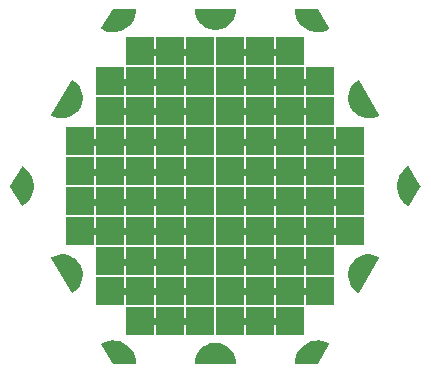
<source format=gbr>
G04 EAGLE Gerber RS-274X export*
G75*
%MOMM*%
%FSLAX34Y34*%
%LPD*%
%INBottom Copper*%
%IPPOS*%
%AMOC8*
5,1,8,0,0,1.08239X$1,22.5*%
G01*
%ADD10R,2.336800X2.336800*%
%ADD11C,1.000000*%
%ADD12C,0.609600*%

G36*
X363231Y195709D02*
X363231Y195709D01*
X363260Y195706D01*
X363327Y195728D01*
X363397Y195742D01*
X363421Y195759D01*
X363449Y195768D01*
X363502Y195815D01*
X363561Y195855D01*
X363577Y195879D01*
X363599Y195899D01*
X363630Y195963D01*
X363668Y196022D01*
X363673Y196051D01*
X363685Y196077D01*
X363694Y196177D01*
X363701Y196219D01*
X363698Y196229D01*
X363700Y196243D01*
X363468Y199041D01*
X363458Y199075D01*
X363454Y199123D01*
X362765Y201844D01*
X362750Y201876D01*
X362738Y201922D01*
X361610Y204494D01*
X361590Y204522D01*
X361571Y204566D01*
X360035Y206917D01*
X360011Y206941D01*
X359985Y206982D01*
X358083Y209047D01*
X358055Y209068D01*
X358022Y209103D01*
X355807Y210828D01*
X355776Y210843D01*
X355738Y210873D01*
X353268Y212209D01*
X353235Y212219D01*
X353193Y212242D01*
X352007Y212650D01*
X350553Y213149D01*
X350537Y213154D01*
X350503Y213159D01*
X350457Y213174D01*
X347688Y213636D01*
X347653Y213635D01*
X347606Y213643D01*
X344798Y213643D01*
X344764Y213636D01*
X344716Y213636D01*
X341947Y213174D01*
X341914Y213162D01*
X341867Y213154D01*
X339211Y212242D01*
X339181Y212225D01*
X339136Y212209D01*
X336666Y210873D01*
X336640Y210851D01*
X336597Y210828D01*
X334382Y209103D01*
X334359Y209077D01*
X334321Y209047D01*
X332419Y206982D01*
X332401Y206952D01*
X332369Y206917D01*
X330833Y204566D01*
X330820Y204534D01*
X330794Y204494D01*
X329666Y201922D01*
X329659Y201889D01*
X329656Y201882D01*
X329650Y201873D01*
X329649Y201867D01*
X329639Y201844D01*
X328950Y199123D01*
X328948Y199088D01*
X328936Y199041D01*
X328704Y196243D01*
X328708Y196214D01*
X328703Y196185D01*
X328720Y196116D01*
X328728Y196046D01*
X328742Y196020D01*
X328749Y195992D01*
X328791Y195935D01*
X328826Y195873D01*
X328850Y195855D01*
X328867Y195832D01*
X328928Y195796D01*
X328985Y195753D01*
X329013Y195745D01*
X329038Y195730D01*
X329136Y195714D01*
X329177Y195703D01*
X329188Y195705D01*
X329202Y195703D01*
X363202Y195703D01*
X363231Y195709D01*
G37*
G36*
X347640Y478768D02*
X347640Y478768D01*
X347688Y478768D01*
X350457Y479230D01*
X350490Y479242D01*
X350537Y479250D01*
X353193Y480162D01*
X353223Y480179D01*
X353268Y480195D01*
X355738Y481531D01*
X355764Y481553D01*
X355807Y481576D01*
X358022Y483301D01*
X358045Y483327D01*
X358083Y483357D01*
X359985Y485422D01*
X360003Y485452D01*
X360035Y485487D01*
X361571Y487838D01*
X361584Y487870D01*
X361610Y487910D01*
X362738Y490482D01*
X362745Y490515D01*
X362765Y490560D01*
X363454Y493281D01*
X363456Y493316D01*
X363468Y493363D01*
X363700Y496161D01*
X363696Y496190D01*
X363701Y496219D01*
X363685Y496288D01*
X363676Y496358D01*
X363662Y496384D01*
X363655Y496412D01*
X363613Y496469D01*
X363578Y496531D01*
X363554Y496549D01*
X363537Y496572D01*
X363476Y496608D01*
X363419Y496651D01*
X363391Y496659D01*
X363366Y496674D01*
X363268Y496690D01*
X363227Y496701D01*
X363216Y496699D01*
X363202Y496701D01*
X329202Y496701D01*
X329173Y496695D01*
X329144Y496698D01*
X329077Y496676D01*
X329007Y496662D01*
X328983Y496645D01*
X328955Y496636D01*
X328902Y496589D01*
X328843Y496549D01*
X328828Y496525D01*
X328806Y496505D01*
X328774Y496441D01*
X328736Y496382D01*
X328731Y496353D01*
X328719Y496327D01*
X328710Y496227D01*
X328703Y496185D01*
X328706Y496175D01*
X328704Y496161D01*
X328936Y493363D01*
X328946Y493329D01*
X328950Y493281D01*
X329639Y490560D01*
X329654Y490528D01*
X329666Y490482D01*
X330794Y487910D01*
X330814Y487882D01*
X330833Y487838D01*
X332369Y485487D01*
X332393Y485463D01*
X332419Y485422D01*
X334321Y483357D01*
X334349Y483336D01*
X334382Y483301D01*
X336597Y481576D01*
X336628Y481561D01*
X336666Y481531D01*
X339136Y480195D01*
X339169Y480185D01*
X339211Y480162D01*
X341867Y479250D01*
X341901Y479246D01*
X341947Y479230D01*
X344716Y478768D01*
X344751Y478769D01*
X344798Y478761D01*
X347606Y478761D01*
X347640Y478768D01*
G37*
G36*
X224809Y256012D02*
X224809Y256012D01*
X224880Y256009D01*
X224907Y256019D01*
X224936Y256021D01*
X225026Y256063D01*
X225066Y256078D01*
X225074Y256086D01*
X225087Y256092D01*
X227390Y257691D01*
X227414Y257717D01*
X227454Y257744D01*
X229463Y259701D01*
X229482Y259730D01*
X229517Y259763D01*
X231176Y262024D01*
X231191Y262055D01*
X231220Y262094D01*
X232484Y264597D01*
X232493Y264631D01*
X232515Y264674D01*
X233351Y267351D01*
X233354Y267385D01*
X233369Y267431D01*
X233752Y270210D01*
X233750Y270244D01*
X233756Y270292D01*
X233677Y273095D01*
X233669Y273129D01*
X233668Y273177D01*
X233129Y275929D01*
X233115Y275961D01*
X233106Y276009D01*
X232121Y278634D01*
X232106Y278659D01*
X232101Y278679D01*
X232093Y278690D01*
X232086Y278709D01*
X230682Y281137D01*
X230659Y281163D01*
X230635Y281205D01*
X228851Y283368D01*
X228824Y283390D01*
X228793Y283427D01*
X226677Y285268D01*
X226647Y285285D01*
X226611Y285317D01*
X224220Y286784D01*
X224188Y286795D01*
X224147Y286821D01*
X221548Y287874D01*
X221514Y287881D01*
X221469Y287899D01*
X218732Y288510D01*
X218697Y288511D01*
X218650Y288522D01*
X215850Y288674D01*
X215816Y288669D01*
X215768Y288672D01*
X212980Y288362D01*
X212947Y288351D01*
X212899Y288346D01*
X210201Y287581D01*
X210171Y287565D01*
X210124Y287552D01*
X207589Y286353D01*
X207565Y286336D01*
X207538Y286326D01*
X207486Y286277D01*
X207429Y286234D01*
X207415Y286209D01*
X207394Y286189D01*
X207365Y286124D01*
X207329Y286063D01*
X207326Y286034D01*
X207314Y286007D01*
X207313Y285936D01*
X207304Y285865D01*
X207312Y285837D01*
X207312Y285808D01*
X207346Y285715D01*
X207358Y285674D01*
X207365Y285665D01*
X207370Y285652D01*
X224370Y256252D01*
X224389Y256230D01*
X224402Y256204D01*
X224455Y256156D01*
X224502Y256103D01*
X224528Y256091D01*
X224550Y256071D01*
X224617Y256048D01*
X224681Y256018D01*
X224710Y256016D01*
X224738Y256007D01*
X224809Y256012D01*
G37*
G36*
X476588Y403735D02*
X476588Y403735D01*
X476636Y403732D01*
X479424Y404042D01*
X479457Y404053D01*
X479505Y404058D01*
X482203Y404823D01*
X482233Y404839D01*
X482280Y404852D01*
X484815Y406051D01*
X484839Y406068D01*
X484866Y406078D01*
X484918Y406127D01*
X484975Y406170D01*
X484989Y406195D01*
X485011Y406215D01*
X485039Y406280D01*
X485075Y406342D01*
X485078Y406370D01*
X485090Y406397D01*
X485091Y406468D01*
X485100Y406539D01*
X485092Y406567D01*
X485092Y406596D01*
X485058Y406689D01*
X485046Y406730D01*
X485039Y406739D01*
X485034Y406752D01*
X468034Y436152D01*
X468015Y436174D01*
X468002Y436200D01*
X467949Y436248D01*
X467902Y436301D01*
X467876Y436313D01*
X467854Y436333D01*
X467787Y436356D01*
X467723Y436386D01*
X467694Y436388D01*
X467666Y436397D01*
X467595Y436392D01*
X467524Y436395D01*
X467497Y436385D01*
X467468Y436383D01*
X467378Y436341D01*
X467338Y436326D01*
X467330Y436318D01*
X467317Y436312D01*
X465014Y434713D01*
X464990Y434688D01*
X464950Y434660D01*
X462941Y432703D01*
X462922Y432674D01*
X462887Y432641D01*
X461228Y430380D01*
X461213Y430349D01*
X461184Y430310D01*
X459920Y427807D01*
X459911Y427773D01*
X459889Y427730D01*
X459053Y425053D01*
X459050Y425019D01*
X459035Y424973D01*
X458652Y422194D01*
X458654Y422160D01*
X458648Y422112D01*
X458727Y419309D01*
X458735Y419275D01*
X458736Y419227D01*
X459275Y416475D01*
X459289Y416443D01*
X459298Y416395D01*
X460283Y413770D01*
X460301Y413740D01*
X460318Y413695D01*
X461722Y411267D01*
X461745Y411241D01*
X461769Y411200D01*
X463553Y409036D01*
X463580Y409014D01*
X463611Y408977D01*
X465727Y407136D01*
X465757Y407119D01*
X465793Y407088D01*
X468184Y405620D01*
X468216Y405609D01*
X468257Y405583D01*
X470856Y404530D01*
X470890Y404523D01*
X470935Y404505D01*
X473672Y403894D01*
X473707Y403893D01*
X473754Y403882D01*
X476554Y403730D01*
X476588Y403735D01*
G37*
G36*
X467628Y256013D02*
X467628Y256013D01*
X467699Y256012D01*
X467726Y256023D01*
X467755Y256027D01*
X467817Y256061D01*
X467882Y256089D01*
X467903Y256110D01*
X467928Y256124D01*
X467991Y256200D01*
X468021Y256231D01*
X468025Y256241D01*
X468034Y256252D01*
X485034Y285652D01*
X485043Y285680D01*
X485060Y285704D01*
X485075Y285773D01*
X485097Y285841D01*
X485095Y285870D01*
X485101Y285898D01*
X485088Y285968D01*
X485082Y286039D01*
X485069Y286065D01*
X485063Y286093D01*
X485023Y286152D01*
X484991Y286215D01*
X484968Y286234D01*
X484952Y286258D01*
X484870Y286315D01*
X484837Y286342D01*
X484827Y286345D01*
X484815Y286353D01*
X482280Y287552D01*
X482246Y287560D01*
X482203Y287581D01*
X479505Y288346D01*
X479470Y288348D01*
X479424Y288362D01*
X476636Y288672D01*
X476602Y288669D01*
X476554Y288674D01*
X473754Y288522D01*
X473720Y288513D01*
X473672Y288510D01*
X470935Y287899D01*
X470903Y287885D01*
X470856Y287874D01*
X468257Y286821D01*
X468228Y286802D01*
X468184Y286784D01*
X465793Y285317D01*
X465768Y285293D01*
X465727Y285268D01*
X463611Y283427D01*
X463590Y283400D01*
X463553Y283368D01*
X461769Y281205D01*
X461753Y281174D01*
X461722Y281137D01*
X460318Y278709D01*
X460307Y278676D01*
X460300Y278663D01*
X460290Y278649D01*
X460290Y278646D01*
X460283Y278634D01*
X459298Y276009D01*
X459292Y275974D01*
X459275Y275929D01*
X458736Y273177D01*
X458736Y273143D01*
X458727Y273095D01*
X458648Y270292D01*
X458654Y270258D01*
X458652Y270210D01*
X459035Y267431D01*
X459047Y267399D01*
X459053Y267351D01*
X459889Y264674D01*
X459906Y264643D01*
X459920Y264597D01*
X461184Y262094D01*
X461206Y262067D01*
X461228Y262024D01*
X462887Y259763D01*
X462913Y259740D01*
X462941Y259701D01*
X464950Y257744D01*
X464979Y257725D01*
X465014Y257691D01*
X467317Y256092D01*
X467344Y256080D01*
X467367Y256062D01*
X467435Y256041D01*
X467500Y256013D01*
X467529Y256013D01*
X467557Y256005D01*
X467628Y256013D01*
G37*
G36*
X218650Y403882D02*
X218650Y403882D01*
X218684Y403891D01*
X218732Y403894D01*
X221469Y404505D01*
X221501Y404519D01*
X221548Y404530D01*
X224147Y405583D01*
X224176Y405602D01*
X224220Y405620D01*
X226611Y407088D01*
X226636Y407111D01*
X226677Y407136D01*
X228793Y408977D01*
X228814Y409004D01*
X228851Y409036D01*
X230635Y411200D01*
X230651Y411230D01*
X230682Y411267D01*
X232086Y413695D01*
X232097Y413728D01*
X232121Y413770D01*
X233106Y416395D01*
X233112Y416430D01*
X233129Y416475D01*
X233668Y419227D01*
X233668Y419262D01*
X233677Y419309D01*
X233756Y422112D01*
X233751Y422146D01*
X233752Y422194D01*
X233369Y424973D01*
X233357Y425005D01*
X233351Y425053D01*
X232515Y427730D01*
X232498Y427761D01*
X232484Y427807D01*
X231220Y430310D01*
X231198Y430337D01*
X231176Y430380D01*
X229517Y432641D01*
X229491Y432664D01*
X229463Y432703D01*
X227454Y434660D01*
X227425Y434679D01*
X227390Y434713D01*
X225087Y436312D01*
X225060Y436324D01*
X225037Y436342D01*
X224969Y436363D01*
X224904Y436391D01*
X224875Y436391D01*
X224847Y436399D01*
X224776Y436391D01*
X224705Y436392D01*
X224678Y436381D01*
X224649Y436377D01*
X224587Y436343D01*
X224522Y436315D01*
X224501Y436294D01*
X224476Y436280D01*
X224413Y436204D01*
X224383Y436173D01*
X224379Y436163D01*
X224370Y436152D01*
X207370Y406752D01*
X207361Y406724D01*
X207344Y406700D01*
X207329Y406631D01*
X207307Y406563D01*
X207309Y406534D01*
X207303Y406506D01*
X207316Y406436D01*
X207322Y406365D01*
X207335Y406339D01*
X207341Y406311D01*
X207381Y406252D01*
X207413Y406189D01*
X207436Y406170D01*
X207452Y406146D01*
X207534Y406089D01*
X207567Y406062D01*
X207577Y406059D01*
X207589Y406051D01*
X210124Y404852D01*
X210158Y404844D01*
X210201Y404823D01*
X212899Y404058D01*
X212934Y404056D01*
X212980Y404042D01*
X215768Y403732D01*
X215802Y403735D01*
X215850Y403730D01*
X218650Y403882D01*
G37*
G36*
X509929Y329213D02*
X509929Y329213D01*
X510000Y329213D01*
X510027Y329224D01*
X510056Y329227D01*
X510118Y329262D01*
X510183Y329290D01*
X510204Y329310D01*
X510229Y329325D01*
X510292Y329402D01*
X510322Y329432D01*
X510326Y329442D01*
X510335Y329453D01*
X519835Y345953D01*
X519845Y345985D01*
X519854Y345998D01*
X519858Y346022D01*
X519859Y346026D01*
X519890Y346096D01*
X519890Y346120D01*
X519898Y346142D01*
X519892Y346218D01*
X519893Y346295D01*
X519883Y346319D01*
X519882Y346340D01*
X519861Y346379D01*
X519835Y346451D01*
X510335Y362951D01*
X510316Y362973D01*
X510303Y362999D01*
X510250Y363047D01*
X510203Y363100D01*
X510177Y363113D01*
X510156Y363132D01*
X510088Y363155D01*
X510024Y363186D01*
X509995Y363188D01*
X509968Y363197D01*
X509896Y363192D01*
X509825Y363195D01*
X509798Y363185D01*
X509769Y363183D01*
X509679Y363141D01*
X509639Y363126D01*
X509631Y363119D01*
X509618Y363113D01*
X507095Y361371D01*
X507071Y361347D01*
X507033Y361320D01*
X504821Y359196D01*
X504802Y359168D01*
X504768Y359136D01*
X502926Y356685D01*
X502912Y356654D01*
X502883Y356617D01*
X501458Y353902D01*
X501449Y353871D01*
X501433Y353846D01*
X501432Y353838D01*
X501427Y353828D01*
X500456Y350920D01*
X500452Y350886D01*
X500437Y350842D01*
X499945Y347815D01*
X499946Y347781D01*
X499938Y347735D01*
X499938Y344669D01*
X499939Y344665D01*
X499939Y344663D01*
X499945Y344636D01*
X499945Y344589D01*
X500437Y341562D01*
X500449Y341531D01*
X500456Y341484D01*
X501427Y338576D01*
X501444Y338547D01*
X501458Y338502D01*
X502883Y335787D01*
X502905Y335761D01*
X502926Y335719D01*
X504768Y333268D01*
X504793Y333245D01*
X504821Y333208D01*
X507033Y331084D01*
X507061Y331066D01*
X507095Y331033D01*
X509618Y329291D01*
X509645Y329280D01*
X509667Y329261D01*
X509736Y329241D01*
X509801Y329213D01*
X509830Y329213D01*
X509858Y329205D01*
X509929Y329213D01*
G37*
G36*
X182508Y329212D02*
X182508Y329212D01*
X182579Y329209D01*
X182606Y329219D01*
X182635Y329221D01*
X182725Y329263D01*
X182765Y329278D01*
X182773Y329285D01*
X182786Y329291D01*
X185309Y331033D01*
X185333Y331057D01*
X185371Y331084D01*
X187583Y333208D01*
X187602Y333236D01*
X187636Y333268D01*
X189478Y335719D01*
X189492Y335750D01*
X189521Y335787D01*
X190946Y338502D01*
X190955Y338535D01*
X190977Y338576D01*
X191948Y341484D01*
X191952Y341518D01*
X191967Y341562D01*
X192459Y344589D01*
X192458Y344623D01*
X192466Y344669D01*
X192466Y347735D01*
X192459Y347768D01*
X192459Y347815D01*
X191967Y350842D01*
X191955Y350873D01*
X191948Y350920D01*
X190977Y353828D01*
X190964Y353851D01*
X190958Y353876D01*
X190951Y353885D01*
X190946Y353902D01*
X189521Y356617D01*
X189499Y356643D01*
X189478Y356685D01*
X187636Y359136D01*
X187611Y359159D01*
X187583Y359196D01*
X185371Y361320D01*
X185343Y361338D01*
X185309Y361371D01*
X182786Y363113D01*
X182759Y363124D01*
X182737Y363143D01*
X182668Y363163D01*
X182603Y363191D01*
X182574Y363191D01*
X182546Y363199D01*
X182475Y363191D01*
X182404Y363192D01*
X182377Y363180D01*
X182348Y363177D01*
X182286Y363142D01*
X182221Y363114D01*
X182200Y363094D01*
X182175Y363079D01*
X182112Y363002D01*
X182082Y362972D01*
X182078Y362962D01*
X182069Y362951D01*
X172569Y346451D01*
X172545Y346378D01*
X172514Y346308D01*
X172514Y346284D01*
X172506Y346262D01*
X172513Y346186D01*
X172512Y346109D01*
X172521Y346085D01*
X172522Y346064D01*
X172543Y346025D01*
X172562Y345973D01*
X172563Y345967D01*
X172565Y345965D01*
X172569Y345953D01*
X182069Y329453D01*
X182088Y329431D01*
X182101Y329405D01*
X182154Y329357D01*
X182201Y329304D01*
X182227Y329291D01*
X182249Y329272D01*
X182316Y329249D01*
X182380Y329218D01*
X182409Y329217D01*
X182436Y329207D01*
X182508Y329212D01*
G37*
G36*
X432878Y195718D02*
X432878Y195718D01*
X432956Y195727D01*
X432975Y195738D01*
X432997Y195742D01*
X433061Y195786D01*
X433129Y195825D01*
X433145Y195844D01*
X433161Y195855D01*
X433185Y195893D01*
X433235Y195953D01*
X442735Y212453D01*
X442744Y212480D01*
X442760Y212504D01*
X442775Y212574D01*
X442798Y212642D01*
X442795Y212670D01*
X442801Y212698D01*
X442788Y212769D01*
X442782Y212840D01*
X442769Y212865D01*
X442763Y212893D01*
X442723Y212953D01*
X442690Y213016D01*
X442668Y213034D01*
X442652Y213058D01*
X442569Y213116D01*
X442537Y213143D01*
X442526Y213146D01*
X442516Y213153D01*
X439750Y214462D01*
X439717Y214470D01*
X439674Y214490D01*
X436734Y215338D01*
X436700Y215341D01*
X436656Y215354D01*
X433618Y215719D01*
X433584Y215716D01*
X433537Y215722D01*
X430480Y215595D01*
X430447Y215587D01*
X430400Y215586D01*
X427403Y214970D01*
X427372Y214957D01*
X427326Y214948D01*
X424466Y213859D01*
X424438Y213841D01*
X424394Y213825D01*
X421746Y212291D01*
X421720Y212269D01*
X421680Y212246D01*
X419312Y210308D01*
X419290Y210281D01*
X419254Y210252D01*
X417227Y207959D01*
X417211Y207930D01*
X417179Y207895D01*
X415547Y205307D01*
X415535Y205275D01*
X415510Y205236D01*
X414314Y202419D01*
X414307Y202386D01*
X414304Y202379D01*
X414300Y202373D01*
X414299Y202367D01*
X414288Y202343D01*
X413560Y199371D01*
X413558Y199337D01*
X413547Y199292D01*
X413304Y196242D01*
X413308Y196213D01*
X413303Y196185D01*
X413320Y196116D01*
X413328Y196044D01*
X413343Y196020D01*
X413349Y195992D01*
X413392Y195934D01*
X413428Y195872D01*
X413450Y195855D01*
X413467Y195832D01*
X413529Y195795D01*
X413586Y195752D01*
X413614Y195745D01*
X413638Y195730D01*
X413738Y195714D01*
X413779Y195703D01*
X413789Y195705D01*
X413802Y195703D01*
X432802Y195703D01*
X432878Y195718D01*
G37*
G36*
X433571Y476687D02*
X433571Y476687D01*
X433618Y476685D01*
X436656Y477050D01*
X436688Y477061D01*
X436734Y477066D01*
X439674Y477914D01*
X439704Y477930D01*
X439750Y477942D01*
X442516Y479251D01*
X442538Y479268D01*
X442565Y479278D01*
X442617Y479327D01*
X442675Y479370D01*
X442689Y479395D01*
X442710Y479414D01*
X442739Y479480D01*
X442775Y479542D01*
X442778Y479570D01*
X442790Y479596D01*
X442791Y479668D01*
X442800Y479739D01*
X442792Y479766D01*
X442793Y479795D01*
X442757Y479890D01*
X442746Y479930D01*
X442739Y479939D01*
X442735Y479951D01*
X433235Y496451D01*
X433183Y496510D01*
X433137Y496572D01*
X433118Y496583D01*
X433103Y496600D01*
X433033Y496634D01*
X432966Y496674D01*
X432942Y496678D01*
X432924Y496686D01*
X432879Y496688D01*
X432802Y496701D01*
X413802Y496701D01*
X413774Y496696D01*
X413746Y496698D01*
X413678Y496676D01*
X413607Y496662D01*
X413584Y496646D01*
X413557Y496637D01*
X413502Y496590D01*
X413443Y496549D01*
X413428Y496525D01*
X413407Y496507D01*
X413375Y496442D01*
X413336Y496382D01*
X413331Y496354D01*
X413319Y496328D01*
X413310Y496227D01*
X413303Y496185D01*
X413305Y496175D01*
X413304Y496162D01*
X413547Y493112D01*
X413556Y493080D01*
X413560Y493033D01*
X414288Y490061D01*
X414303Y490030D01*
X414314Y489985D01*
X415510Y487168D01*
X415529Y487140D01*
X415547Y487097D01*
X417179Y484509D01*
X417203Y484485D01*
X417227Y484445D01*
X419254Y482152D01*
X419281Y482132D01*
X419312Y482096D01*
X421680Y480158D01*
X421710Y480142D01*
X421746Y480113D01*
X424394Y478580D01*
X424426Y478569D01*
X424466Y478545D01*
X427326Y477457D01*
X427359Y477451D01*
X427403Y477434D01*
X430400Y476818D01*
X430434Y476818D01*
X430480Y476809D01*
X433537Y476682D01*
X433571Y476687D01*
G37*
G36*
X278630Y195708D02*
X278630Y195708D01*
X278658Y195706D01*
X278726Y195728D01*
X278797Y195742D01*
X278820Y195758D01*
X278847Y195767D01*
X278902Y195814D01*
X278961Y195855D01*
X278976Y195879D01*
X278998Y195897D01*
X279029Y195962D01*
X279068Y196022D01*
X279073Y196050D01*
X279085Y196076D01*
X279094Y196177D01*
X279101Y196219D01*
X279099Y196229D01*
X279100Y196242D01*
X278857Y199292D01*
X278848Y199324D01*
X278844Y199371D01*
X278116Y202343D01*
X278101Y202374D01*
X278090Y202419D01*
X276894Y205236D01*
X276875Y205264D01*
X276857Y205307D01*
X275225Y207895D01*
X275201Y207919D01*
X275177Y207959D01*
X273150Y210252D01*
X273123Y210272D01*
X273092Y210308D01*
X270725Y212246D01*
X270694Y212262D01*
X270658Y212291D01*
X268010Y213825D01*
X267978Y213835D01*
X267938Y213859D01*
X265078Y214948D01*
X265045Y214953D01*
X265001Y214970D01*
X262004Y215586D01*
X261970Y215586D01*
X261924Y215595D01*
X258867Y215722D01*
X258833Y215717D01*
X258786Y215719D01*
X255748Y215354D01*
X255716Y215343D01*
X255670Y215338D01*
X252730Y214490D01*
X252700Y214474D01*
X252655Y214462D01*
X249889Y213153D01*
X249866Y213136D01*
X249839Y213126D01*
X249787Y213077D01*
X249729Y213034D01*
X249715Y213009D01*
X249694Y212990D01*
X249665Y212924D01*
X249629Y212862D01*
X249626Y212834D01*
X249614Y212808D01*
X249613Y212736D01*
X249604Y212665D01*
X249612Y212638D01*
X249612Y212609D01*
X249647Y212514D01*
X249658Y212474D01*
X249665Y212465D01*
X249669Y212453D01*
X259169Y195953D01*
X259221Y195895D01*
X259267Y195832D01*
X259286Y195821D01*
X259301Y195804D01*
X259371Y195770D01*
X259438Y195730D01*
X259463Y195726D01*
X259480Y195718D01*
X259525Y195716D01*
X259602Y195703D01*
X278602Y195703D01*
X278630Y195708D01*
G37*
G36*
X261924Y476809D02*
X261924Y476809D01*
X261957Y476817D01*
X262004Y476818D01*
X265001Y477434D01*
X265032Y477447D01*
X265078Y477457D01*
X267938Y478545D01*
X267967Y478563D01*
X268010Y478580D01*
X270658Y480113D01*
X270684Y480135D01*
X270725Y480158D01*
X273092Y482096D01*
X273114Y482123D01*
X273150Y482152D01*
X275177Y484445D01*
X275194Y484474D01*
X275225Y484509D01*
X276857Y487097D01*
X276869Y487129D01*
X276894Y487168D01*
X278090Y489985D01*
X278097Y490018D01*
X278116Y490061D01*
X278844Y493033D01*
X278846Y493067D01*
X278857Y493112D01*
X279100Y496162D01*
X279096Y496191D01*
X279101Y496219D01*
X279084Y496288D01*
X279076Y496360D01*
X279062Y496384D01*
X279055Y496412D01*
X279012Y496470D01*
X278977Y496532D01*
X278954Y496549D01*
X278937Y496572D01*
X278875Y496609D01*
X278818Y496652D01*
X278790Y496659D01*
X278766Y496674D01*
X278666Y496690D01*
X278625Y496701D01*
X278615Y496699D01*
X278602Y496701D01*
X259602Y496701D01*
X259526Y496686D01*
X259448Y496677D01*
X259429Y496666D01*
X259407Y496662D01*
X259343Y496618D01*
X259275Y496579D01*
X259259Y496560D01*
X259243Y496549D01*
X259219Y496511D01*
X259169Y496451D01*
X249669Y479951D01*
X249660Y479924D01*
X249644Y479900D01*
X249629Y479830D01*
X249606Y479762D01*
X249609Y479734D01*
X249603Y479706D01*
X249617Y479636D01*
X249622Y479564D01*
X249635Y479539D01*
X249641Y479511D01*
X249681Y479451D01*
X249714Y479388D01*
X249736Y479370D01*
X249752Y479346D01*
X249835Y479288D01*
X249867Y479261D01*
X249878Y479258D01*
X249889Y479251D01*
X252655Y477942D01*
X252688Y477934D01*
X252730Y477914D01*
X255670Y477066D01*
X255704Y477063D01*
X255748Y477050D01*
X258786Y476685D01*
X258820Y476688D01*
X258867Y476682D01*
X261924Y476809D01*
G37*
D10*
X333502Y333502D03*
X358902Y358902D03*
X358902Y333502D03*
X333502Y358902D03*
X308102Y358902D03*
X282702Y358902D03*
X257302Y358902D03*
X231902Y358902D03*
X384302Y358902D03*
X409702Y358902D03*
X435102Y358902D03*
X460502Y358902D03*
X460502Y333502D03*
X435102Y333502D03*
X409702Y333502D03*
X384302Y333502D03*
X231902Y333502D03*
X257302Y333502D03*
X282702Y333502D03*
X308102Y333502D03*
X231902Y384302D03*
X257302Y384302D03*
X282702Y384302D03*
X308102Y384302D03*
X333502Y384302D03*
X358902Y384302D03*
X384302Y384302D03*
X409702Y384302D03*
X435102Y384302D03*
X460502Y384302D03*
X231902Y308102D03*
X257302Y308102D03*
X282702Y308102D03*
X308102Y308102D03*
X333502Y308102D03*
X358902Y308102D03*
X384302Y308102D03*
X409702Y308102D03*
X435102Y308102D03*
X460502Y308102D03*
X257302Y282702D03*
X282702Y282702D03*
X308102Y282702D03*
X333502Y282702D03*
X358902Y282702D03*
X384302Y282702D03*
X409702Y282702D03*
X435102Y282702D03*
X257302Y257302D03*
X282702Y257302D03*
X308102Y257302D03*
X333502Y257302D03*
X358902Y257302D03*
X384302Y257302D03*
X409702Y257302D03*
X435102Y257302D03*
X257302Y435102D03*
X282702Y435102D03*
X308102Y435102D03*
X333502Y435102D03*
X358902Y435102D03*
X384302Y435102D03*
X409702Y435102D03*
X435102Y435102D03*
X257302Y409702D03*
X282702Y409702D03*
X308102Y409702D03*
X333502Y409702D03*
X358902Y409702D03*
X384302Y409702D03*
X409702Y409702D03*
X435102Y409702D03*
X282702Y460502D03*
X308102Y460502D03*
X333502Y460502D03*
X358902Y460502D03*
X384302Y460502D03*
X409702Y460502D03*
X282702Y231902D03*
X308102Y231902D03*
X333502Y231902D03*
X358902Y231902D03*
X384302Y231902D03*
X409702Y231902D03*
D11*
X428802Y489302D03*
X511402Y346202D03*
X428802Y203102D03*
X263602Y203102D03*
X181002Y346202D03*
X263602Y489302D03*
X470102Y417702D03*
X470102Y274702D03*
X346202Y203102D03*
X222302Y274702D03*
X222302Y417702D03*
X346202Y489302D03*
D12*
X358140Y459740D02*
X410210Y459740D01*
X434340Y434340D02*
X358140Y434340D01*
X358140Y410210D02*
X435610Y410210D01*
X459740Y383540D02*
X359410Y383540D01*
X359410Y358140D02*
X459740Y358140D01*
X461010Y332740D02*
X359410Y332740D01*
X359410Y308610D02*
X462280Y308610D01*
X434340Y281940D02*
X359410Y281940D01*
X359410Y257810D02*
X434340Y257810D01*
X408940Y232410D02*
X359410Y232410D01*
X335280Y232410D02*
X285750Y232410D01*
X260350Y257810D02*
X335280Y257810D01*
X335280Y281940D02*
X260350Y281940D01*
X232410Y308610D02*
X335280Y308610D01*
X334010Y332740D02*
X232410Y332740D01*
X232410Y358140D02*
X332740Y358140D01*
X332740Y383540D02*
X232410Y383540D01*
X255270Y410210D02*
X332740Y410210D01*
X332740Y434340D02*
X256540Y434340D01*
X279400Y459740D02*
X331470Y459740D01*
M02*

</source>
